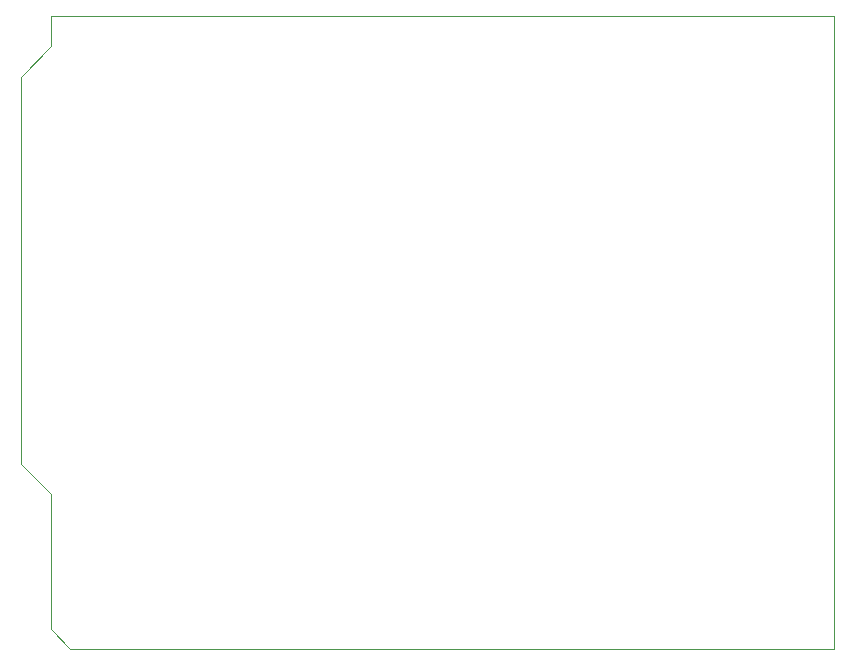
<source format=gm1>
%TF.GenerationSoftware,KiCad,Pcbnew,8.0.8-8.0.8-0~ubuntu24.04.1*%
%TF.CreationDate,2025-02-16T19:13:56-08:00*%
%TF.ProjectId,simple-counter,73696d70-6c65-42d6-936f-756e7465722e,V1.0*%
%TF.SameCoordinates,Original*%
%TF.FileFunction,Profile,NP*%
%FSLAX46Y46*%
G04 Gerber Fmt 4.6, Leading zero omitted, Abs format (unit mm)*
G04 Created by KiCad (PCBNEW 8.0.8-8.0.8-0~ubuntu24.04.1) date 2025-02-16 19:13:56*
%MOMM*%
%LPD*%
G01*
G04 APERTURE LIST*
%TA.AperFunction,Profile*%
%ADD10C,0.050000*%
%TD*%
G04 APERTURE END LIST*
D10*
X225044000Y-111760000D02*
X214757000Y-111760000D01*
X225044000Y-58166000D02*
X225044000Y-111760000D01*
X160401000Y-111760000D02*
X158750000Y-110109000D01*
X158750000Y-58166000D02*
X225044000Y-58166000D01*
X156210000Y-63373000D02*
X158750000Y-60706000D01*
X156210000Y-96139000D02*
X156210000Y-63373000D01*
X158750000Y-98679000D02*
X156210000Y-96139000D01*
X158750000Y-60706000D02*
X158750000Y-58166000D01*
X158750000Y-110109000D02*
X158750000Y-98679000D01*
X213995000Y-111760000D02*
X160401000Y-111760000D01*
X213995000Y-111760000D02*
X214757000Y-111760000D01*
M02*

</source>
